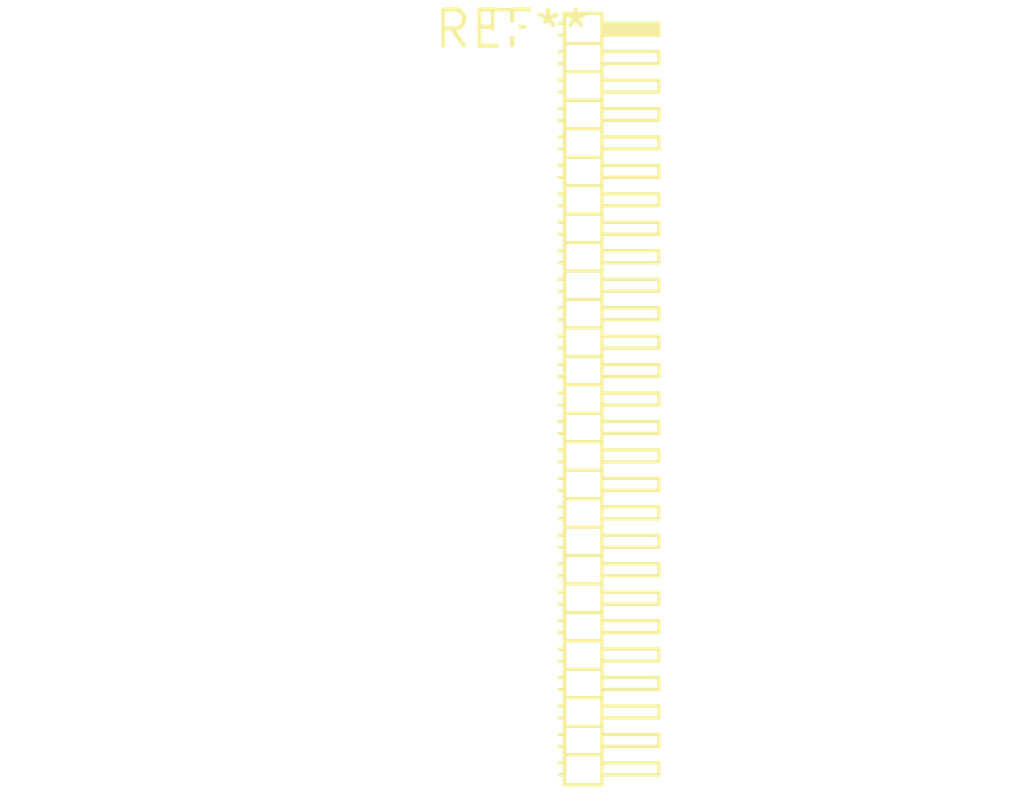
<source format=kicad_pcb>
(kicad_pcb (version 20240108) (generator pcbnew)
  (layers (0 "F.Cu" signal) (31 "B.Cu" signal) (34 "B.Paste" user) (35 "F.Paste" user) (36 "B.SilkS" user "B.Silkscreen") (37 "F.SilkS" user "F.Silkscreen") (38 "B.Mask" user) (39 "F.Mask" user) (44 "Edge.Cuts" user))
  (net 0 "")
  (footprint "PinHeader_2x27_P1.00mm_Horizontal" (layer "F.Cu") (at 0 0)
    (property "Reference" "REF**")
    (property "Value" "PinHeader_2x27_P1.00mm_Horizontal")
    (fp_line (start -0.685 -0.685) (end 0 -0.685) (layer "F.SilkS") (stroke (width 0.12)))
    (fp_line (start -0.685 0) (end -0.685 -0.685) (layer "F.SilkS") (stroke (width 0.12)))
    (fp_line (start 1.652016 -0.21) (end 1.84 -0.21) (layer "F.SilkS") (stroke (width 0.12)))
    (fp_line (start 1.652016 0.21) (end 1.84 0.21) (layer "F.SilkS") (stroke (width 0.12)))
    (fp_line (start 1.652016 0.79) (end 1.84 0.79) (layer "F.SilkS") (stroke (width 0.12)))
    (fp_line (start 1.652016 1.21) (end 1.84 1.21) (layer "F.SilkS") (stroke (width 0.12)))
    (fp_line (start 1.652016 1.79) (end 1.84 1.79) (layer "F.SilkS") (stroke (width 0.12)))
    (fp_line (start 1.652016 2.21) (end 1.84 2.21) (layer "F.SilkS") (stroke (width 0.12)))
    (fp_line (start 1.652016 2.79) (end 1.84 2.79) (layer "F.SilkS") (stroke (width 0.12)))
    (fp_line (start 1.652016 3.21) (end 1.84 3.21) (layer "F.SilkS") (stroke (width 0.12)))
    (fp_line (start 1.652016 3.79) (end 1.84 3.79) (layer "F.SilkS") (stroke (width 0.12)))
    (fp_line (start 1.652016 4.21) (end 1.84 4.21) (layer "F.SilkS") (stroke (width 0.12)))
    (fp_line (start 1.652016 4.79) (end 1.84 4.79) (layer "F.SilkS") (stroke (width 0.12)))
    (fp_line (start 1.652016 5.21) (end 1.84 5.21) (layer "F.SilkS") (stroke (width 0.12)))
    (fp_line (start 1.652016 5.79) (end 1.84 5.79) (layer "F.SilkS") (stroke (width 0.12)))
    (fp_line (start 1.652016 6.21) (end 1.84 6.21) (layer "F.SilkS") (stroke (width 0.12)))
    (fp_line (start 1.652016 6.79) (end 1.84 6.79) (layer "F.SilkS") (stroke (width 0.12)))
    (fp_line (start 1.652016 7.21) (end 1.84 7.21) (layer "F.SilkS") (stroke (width 0.12)))
    (fp_line (start 1.652016 7.79) (end 1.84 7.79) (layer "F.SilkS") (stroke (width 0.12)))
    (fp_line (start 1.652016 8.21) (end 1.84 8.21) (layer "F.SilkS") (stroke (width 0.12)))
    (fp_line (start 1.652016 8.79) (end 1.84 8.79) (layer "F.SilkS") (stroke (width 0.12)))
    (fp_line (start 1.652016 9.21) (end 1.84 9.21) (layer "F.SilkS") (stroke (width 0.12)))
    (fp_line (start 1.652016 9.79) (end 1.84 9.79) (layer "F.SilkS") (stroke (width 0.12)))
    (fp_line (start 1.652016 10.21) (end 1.84 10.21) (layer "F.SilkS") (stroke (width 0.12)))
    (fp_line (start 1.652016 10.79) (end 1.84 10.79) (layer "F.SilkS") (stroke (width 0.12)))
    (fp_line (start 1.652016 11.21) (end 1.84 11.21) (layer "F.SilkS") (stroke (width 0.12)))
    (fp_line (start 1.652016 11.79) (end 1.84 11.79) (layer "F.SilkS") (stroke (width 0.12)))
    (fp_line (start 1.652016 12.21) (end 1.84 12.21) (layer "F.SilkS") (stroke (width 0.12)))
    (fp_line (start 1.652016 12.79) (end 1.84 12.79) (layer "F.SilkS") (stroke (width 0.12)))
    (fp_line (start 1.652016 13.21) (end 1.84 13.21) (layer "F.SilkS") (stroke (width 0.12)))
    (fp_line (start 1.652016 13.79) (end 1.84 13.79) (layer "F.SilkS") (stroke (width 0.12)))
    (fp_line (start 1.652016 14.21) (end 1.84 14.21) (layer "F.SilkS") (stroke (width 0.12)))
    (fp_line (start 1.652016 14.79) (end 1.84 14.79) (layer "F.SilkS") (stroke (width 0.12)))
    (fp_line (start 1.652016 15.21) (end 1.84 15.21) (layer "F.SilkS") (stroke (width 0.12)))
    (fp_line (start 1.652016 15.79) (end 1.84 15.79) (layer "F.SilkS") (stroke (width 0.12)))
    (fp_line (start 1.652016 16.21) (end 1.84 16.21) (layer "F.SilkS") (stroke (width 0.12)))
    (fp_line (start 1.652016 16.79) (end 1.84 16.79) (layer "F.SilkS") (stroke (width 0.12)))
    (fp_line (start 1.652016 17.21) (end 1.84 17.21) (layer "F.SilkS") (stroke (width 0.12)))
    (fp_line (start 1.652016 17.79) (end 1.84 17.79) (layer "F.SilkS") (stroke (width 0.12)))
    (fp_line (start 1.652016 18.21) (end 1.84 18.21) (layer "F.SilkS") (stroke (width 0.12)))
    (fp_line (start 1.652016 18.79) (end 1.84 18.79) (layer "F.SilkS") (stroke (width 0.12)))
    (fp_line (start 1.652016 19.21) (end 1.84 19.21) (layer "F.SilkS") (stroke (width 0.12)))
    (fp_line (start 1.652016 19.79) (end 1.84 19.79) (layer "F.SilkS") (stroke (width 0.12)))
    (fp_line (start 1.652016 20.21) (end 1.84 20.21) (layer "F.SilkS") (stroke (width 0.12)))
    (fp_line (start 1.652016 20.79) (end 1.84 20.79) (layer "F.SilkS") (stroke (width 0.12)))
    (fp_line (start 1.652016 21.21) (end 1.84 21.21) (layer "F.SilkS") (stroke (width 0.12)))
    (fp_line (start 1.652016 21.79) (end 1.84 21.79) (layer "F.SilkS") (stroke (width 0.12)))
    (fp_line (start 1.652016 22.21) (end 1.84 22.21) (layer "F.SilkS") (stroke (width 0.12)))
    (fp_line (start 1.652016 22.79) (end 1.84 22.79) (layer "F.SilkS") (stroke (width 0.12)))
    (fp_line (start 1.652016 23.21) (end 1.84 23.21) (layer "F.SilkS") (stroke (width 0.12)))
    (fp_line (start 1.652016 23.79) (end 1.84 23.79) (layer "F.SilkS") (stroke (width 0.12)))
    (fp_line (start 1.652016 24.21) (end 1.84 24.21) (layer "F.SilkS") (stroke (width 0.12)))
    (fp_line (start 1.652016 24.79) (end 1.84 24.79) (layer "F.SilkS") (stroke (width 0.12)))
    (fp_line (start 1.652016 25.21) (end 1.84 25.21) (layer "F.SilkS") (stroke (width 0.12)))
    (fp_line (start 1.652016 25.79) (end 1.84 25.79) (layer "F.SilkS") (stroke (width 0.12)))
    (fp_line (start 1.652016 26.21) (end 1.84 26.21) (layer "F.SilkS") (stroke (width 0.12)))
    (fp_line (start 1.84 -0.56) (end 1.84 26.56) (layer "F.SilkS") (stroke (width 0.12)))
    (fp_line (start 1.84 0.5) (end 3.16 0.5) (layer "F.SilkS") (stroke (width 0.12)))
    (fp_line (start 1.84 1.5) (end 3.16 1.5) (layer "F.SilkS") (stroke (width 0.12)))
    (fp_line (start 1.84 2.5) (end 3.16 2.5) (layer "F.SilkS") (stroke (width 0.12)))
    (fp_line (start 1.84 3.5) (end 3.16 3.5) (layer "F.SilkS") (stroke (width 0.12)))
    (fp_line (start 1.84 4.5) (end 3.16 4.5) (layer "F.SilkS") (stroke (width 0.12)))
    (fp_line (start 1.84 5.5) (end 3.16 5.5) (layer "F.SilkS") (stroke (width 0.12)))
    (fp_line (start 1.84 6.5) (end 3.16 6.5) (layer "F.SilkS") (stroke (width 0.12)))
    (fp_line (start 1.84 7.5) (end 3.16 7.5) (layer "F.SilkS") (stroke (width 0.12)))
    (fp_line (start 1.84 8.5) (end 3.16 8.5) (layer "F.SilkS") (stroke (width 0.12)))
    (fp_line (start 1.84 9.5) (end 3.16 9.5) (layer "F.SilkS") (stroke (width 0.12)))
    (fp_line (start 1.84 10.5) (end 3.16 10.5) (layer "F.SilkS") (stroke (width 0.12)))
    (fp_line (start 1.84 11.5) (end 3.16 11.5) (layer "F.SilkS") (stroke (width 0.12)))
    (fp_line (start 1.84 12.5) (end 3.16 12.5) (layer "F.SilkS") (stroke (width 0.12)))
    (fp_line (start 1.84 13.5) (end 3.16 13.5) (layer "F.SilkS") (stroke (width 0.12)))
    (fp_line (start 1.84 14.5) (end 3.16 14.5) (layer "F.SilkS") (stroke (width 0.12)))
    (fp_line (start 1.84 15.5) (end 3.16 15.5) (layer "F.SilkS") (stroke (width 0.12)))
    (fp_line (start 1.84 16.5) (end 3.16 16.5) (layer "F.SilkS") (stroke (width 0.12)))
    (fp_line (start 1.84 17.5) (end 3.16 17.5) (layer "F.SilkS") (stroke (width 0.12)))
    (fp_line (start 1.84 18.5) (end 3.16 18.5) (layer "F.SilkS") (stroke (width 0.12)))
    (fp_line (start 1.84 19.5) (end 3.16 19.5) (layer "F.SilkS") (stroke (width 0.12)))
    (fp_line (start 1.84 20.5) (end 3.16 20.5) (layer "F.SilkS") (stroke (width 0.12)))
    (fp_line (start 1.84 21.5) (end 3.16 21.5) (layer "F.SilkS") (stroke (width 0.12)))
    (fp_line (start 1.84 22.5) (end 3.16 22.5) (layer "F.SilkS") (stroke (width 0.12)))
    (fp_line (start 1.84 23.5) (end 3.16 23.5) (layer "F.SilkS") (stroke (width 0.12)))
    (fp_line (start 1.84 24.5) (end 3.16 24.5) (layer "F.SilkS") (stroke (width 0.12)))
    (fp_line (start 1.84 25.5) (end 3.16 25.5) (layer "F.SilkS") (stroke (width 0.12)))
    (fp_line (start 1.84 26.56) (end 3.16 26.56) (layer "F.SilkS") (stroke (width 0.12)))
    (fp_line (start 3.16 -0.56) (end 1.84 -0.56) (layer "F.SilkS") (stroke (width 0.12)))
    (fp_line (start 3.16 -0.21) (end 5.16 -0.21) (layer "F.SilkS") (stroke (width 0.12)))
    (fp_line (start 3.16 -0.15) (end 5.16 -0.15) (layer "F.SilkS") (stroke (width 0.12)))
    (fp_line (start 3.16 -0.03) (end 5.16 -0.03) (layer "F.SilkS") (stroke (width 0.12)))
    (fp_line (start 3.16 0.09) (end 5.16 0.09) (layer "F.SilkS") (stroke (width 0.12)))
    (fp_line (start 3.16 0.79) (end 5.16 0.79) (layer "F.SilkS") (stroke (width 0.12)))
    (fp_line (start 3.16 1.79) (end 5.16 1.79) (layer "F.SilkS") (stroke (width 0.12)))
    (fp_line (start 3.16 2.79) (end 5.16 2.79) (layer "F.SilkS") (stroke (width 0.12)))
    (fp_line (start 3.16 3.79) (end 5.16 3.79) (layer "F.SilkS") (stroke (width 0.12)))
    (fp_line (start 3.16 4.79) (end 5.16 4.79) (layer "F.SilkS") (stroke (width 0.12)))
    (fp_line (start 3.16 5.79) (end 5.16 5.79) (layer "F.SilkS") (stroke (width 0.12)))
    (fp_line (start 3.16 6.79) (end 5.16 6.79) (layer "F.SilkS") (stroke (width 0.12)))
    (fp_line (start 3.16 7.79) (end 5.16 7.79) (layer "F.SilkS") (stroke (width 0.12)))
    (fp_line (start 3.16 8.79) (end 5.16 8.79) (layer "F.SilkS") (stroke (width 0.12)))
    (fp_line (start 3.16 9.79) (end 5.16 9.79) (layer "F.SilkS") (stroke (width 0.12)))
    (fp_line (start 3.16 10.79) (end 5.16 10.79) (layer "F.SilkS") (stroke (width 0.12)))
    (fp_line (start 3.16 11.79) (end 5.16 11.79) (layer "F.SilkS") (stroke (width 0.12)))
    (fp_line (start 3.16 12.79) (end 5.16 12.79) (layer "F.SilkS") (stroke (width 0.12)))
    (fp_line (start 3.16 13.79) (end 5.16 13.79) (layer "F.SilkS") (stroke (width 0.12)))
    (fp_line (start 3.16 14.79) (end 5.16 14.79) (layer "F.SilkS") (stroke (width 0.12)))
    (fp_line (start 3.16 15.79) (end 5.16 15.79) (layer "F.SilkS") (stroke (width 0.12)))
    (fp_line (start 3.16 16.79) (end 5.16 16.79) (layer "F.SilkS") (stroke (width 0.12)))
    (fp_line (start 3.16 17.79) (end 5.16 17.79) (layer "F.SilkS") (stroke (width 0.12)))
    (fp_line (start 3.16 18.79) (end 5.16 18.79) (layer "F.SilkS") (stroke (width 0.12)))
    (fp_line (start 3.16 19.79) (end 5.16 19.79) (layer "F.SilkS") (stroke (width 0.12)))
    (fp_line (start 3.16 20.79) (end 5.16 20.79) (layer "F.SilkS") (stroke (width 0.12)))
    (fp_line (start 3.16 21.79) (end 5.16 21.79) (layer "F.SilkS") (stroke (width 0.12)))
    (fp_line (start 3.16 22.79) (end 5.16 22.79) (layer "F.SilkS") (stroke (width 0.12)))
    (fp_line (start 3.16 23.79) (end 5.16 23.79) (layer "F.SilkS") (stroke (width 0.12)))
    (fp_line (start 3.16 24.79) (end 5.16 24.79) (layer "F.SilkS") (stroke (width 0.12)))
    (fp_line (start 3.16 25.79) (end 5.16 25.79) (layer "F.SilkS") (stroke (width 0.12)))
    (fp_line (start 3.16 26.56) (end 3.16 -0.56) (layer "F.SilkS") (stroke (width 0.12)))
    (fp_line (start 5.16 -0.21) (end 5.16 0.21) (layer "F.SilkS") (stroke (width 0.12)))
    (fp_line (start 5.16 0.21) (end 3.16 0.21) (layer "F.SilkS") (stroke (width 0.12)))
    (fp_line (start 5.16 0.79) (end 5.16 1.21) (layer "F.SilkS") (stroke (width 0.12)))
    (fp_line (start 5.16 1.21) (end 3.16 1.21) (layer "F.SilkS") (stroke (width 0.12)))
    (fp_line (start 5.16 1.79) (end 5.16 2.21) (layer "F.SilkS") (stroke (width 0.12)))
    (fp_line (start 5.16 2.21) (end 3.16 2.21) (layer "F.SilkS") (stroke (width 0.12)))
    (fp_line (start 5.16 2.79) (end 5.16 3.21) (layer "F.SilkS") (stroke (width 0.12)))
    (fp_line (start 5.16 3.21) (end 3.16 3.21) (layer "F.SilkS") (stroke (width 0.12)))
    (fp_line (start 5.16 3.79) (end 5.16 4.21) (layer "F.SilkS") (stroke (width 0.12)))
    (fp_line (start 5.16 4.21) (end 3.16 4.21) (layer "F.SilkS") (stroke (width 0.12)))
    (fp_line (start 5.16 4.79) (end 5.16 5.21) (layer "F.SilkS") (stroke (width 0.12)))
    (fp_line (start 5.16 5.21) (end 3.16 5.21) (layer "F.SilkS") (stroke (width 0.12)))
    (fp_line (start 5.16 5.79) (end 5.16 6.21) (layer "F.SilkS") (stroke (width 0.12)))
    (fp_line (start 5.16 6.21) (end 3.16 6.21) (layer "F.SilkS") (stroke (width 0.12)))
    (fp_line (start 5.16 6.79) (end 5.16 7.21) (layer "F.SilkS") (stroke (width 0.12)))
    (fp_line (start 5.16 7.21) (end 3.16 7.21) (layer "F.SilkS") (stroke (width 0.12)))
    (fp_line (start 5.16 7.79) (end 5.16 8.21) (layer "F.SilkS") (stroke (width 0.12)))
    (fp_line (start 5.16 8.21) (end 3.16 8.21) (layer "F.SilkS") (stroke (width 0.12)))
    (fp_line (start 5.16 8.79) (end 5.16 9.21) (layer "F.SilkS") (stroke (width 0.12)))
    (fp_line (start 5.16 9.21) (end 3.16 9.21) (layer "F.SilkS") (stroke (width 0.12)))
    (fp_line (start 5.16 9.79) (end 5.16 10.21) (layer "F.SilkS") (stroke (width 0.12)))
    (fp_line (start 5.16 10.21) (end 3.16 10.21) (layer "F.SilkS") (stroke (width 0.12)))
    (fp_line (start 5.16 10.79) (end 5.16 11.21) (layer "F.SilkS") (stroke (width 0.12)))
    (fp_line (start 5.16 11.21) (end 3.16 11.21) (layer "F.SilkS") (stroke (width 0.12)))
    (fp_line (start 5.16 11.79) (end 5.16 12.21) (layer "F.SilkS") (stroke (width 0.12)))
    (fp_line (start 5.16 12.21) (end 3.16 12.21) (layer "F.SilkS") (stroke (width 0.12)))
    (fp_line (start 5.16 12.79) (end 5.16 13.21) (layer "F.SilkS") (stroke (width 0.12)))
    (fp_line (start 5.16 13.21) (end 3.16 13.21) (layer "F.SilkS") (stroke (width 0.12)))
    (fp_line (start 5.16 13.79) (end 5.16 14.21) (layer "F.SilkS") (stroke (width 0.12)))
    (fp_line (start 5.16 14.21) (end 3.16 14.21) (layer "F.SilkS") (stroke (width 0.12)))
    (fp_line (start 5.16 14.79) (end 5.16 15.21) (layer "F.SilkS") (stroke (width 0.12)))
    (fp_line (start 5.16 15.21) (end 3.16 15.21) (layer "F.SilkS") (stroke (width 0.12)))
    (fp_line (start 5.16 15.79) (end 5.16 16.21) (layer "F.SilkS") (stroke (width 0.12)))
    (fp_line (start 5.16 16.21) (end 3.16 16.21) (layer "F.SilkS") (stroke (width 0.12)))
    (fp_line (start 5.16 16.79) (end 5.16 17.21) (layer "F.SilkS") (stroke (width 0.12)))
    (fp_line (start 5.16 17.21) (end 3.16 17.21) (layer "F.SilkS") (stroke (width 0.12)))
    (fp_line (start 5.16 17.79) (end 5.16 18.21) (layer "F.SilkS") (stroke (width 0.12)))
    (fp_line (start 5.16 18.21) (end 3.16 18.21) (layer "F.SilkS") (stroke (width 0.12)))
    (fp_line (start 5.16 18.79) (end 5.16 19.21) (layer "F.SilkS") (stroke (width 0.12)))
    (fp_line (start 5.16 19.21) (end 3.16 19.21) (layer "F.SilkS") (stroke (width 0.12)))
    (fp_line (start 5.16 19.79) (end 5.16 20.21) (layer "F.SilkS") (stroke (width 0.12)))
    (fp_line (start 5.16 20.21) (end 3.16 20.21) (layer "F.SilkS") (stroke (width 0.12)))
    (fp_line (start 5.16 20.79) (end 5.16 21.21) (layer "F.SilkS") (stroke (width 0.12)))
    (fp_line (start 5.16 21.21) (end 3.16 21.21) (layer "F.SilkS") (stroke (width 0.12)))
    (fp_line (start 5.16 21.79) (end 5.16 22.21) (layer "F.SilkS") (stroke (width 0.12)))
    (fp_line (start 5.16 22.21) (end 3.16 22.21) (layer "F.SilkS") (stroke (width 0.12)))
    (fp_line (start 5.16 22.79) (end 5.16 23.21) (layer "F.SilkS") (stroke (width 0.12)))
    (fp_line (start 5.16 23.21) (end 3.16 23.21) (layer "F.SilkS") (stroke (width 0.12)))
    (fp_line (start 5.16 23.79) (end 5.16 24.21) (layer "F.SilkS") (stroke (width 0.12)))
    (fp_line (start 5.16 24.21) (end 3.16 24.21) (layer "F.SilkS") (stroke (width 0.12)))
    (fp_line (start 5.16 24.79) (end 5.16 25.21) (layer "F.SilkS") (stroke (width 0.12)))
    (fp_line (start 5.16 25.21) (end 3.16 25.21) (layer "F.SilkS") (stroke (width 0.12)))
    (fp_line (start 5.16 25.79) (end 5.16 26.21) (layer "F.SilkS") (stroke (width 0.12)))
    (fp_line (start 5.16 26.21) (end 3.16 26.21) (layer "F.SilkS") (stroke (width 0.12)))
    (pad "1" thru_hole rect (at 0 0) (size 0.85 0.85) (drill 0.5) (layers *.Cu *.Mask) (remove_unused_layers))
    (pad "2" thru_hole oval (at 1 0) (size 0.85 0.85) (drill 0.5) (layers *.Cu *.Mask) (remove_unused_layers))
    (pad "3" thru_hole oval (at 0 1) (size 0.85 0.85) (drill 0.5) (layers *.Cu *.Mask) (remove_unused_layers))
    (pad "4" thru_hole oval (at 1 1) (size 0.85 0.85) (drill 0.5) (layers *.Cu *.Mask) (remove_unused_layers))
    (pad "5" thru_hole oval (at 0 2) (size 0.85 0.85) (drill 0.5) (layers *.Cu *.Mask) (remove_unused_layers))
    (pad "6" thru_hole oval (at 1 2) (size 0.85 0.85) (drill 0.5) (layers *.Cu *.Mask) (remove_unused_layers))
    (pad "7" thru_hole oval (at 0 3) (size 0.85 0.85) (drill 0.5) (layers *.Cu *.Mask) (remove_unused_layers))
    (pad "8" thru_hole oval (at 1 3) (size 0.85 0.85) (drill 0.5) (layers *.Cu *.Mask) (remove_unused_layers))
    (pad "9" thru_hole oval (at 0 4) (size 0.85 0.85) (drill 0.5) (layers *.Cu *.Mask) (remove_unused_layers))
    (pad "10" thru_hole oval (at 1 4) (size 0.85 0.85) (drill 0.5) (layers *.Cu *.Mask) (remove_unused_layers))
    (pad "11" thru_hole oval (at 0 5) (size 0.85 0.85) (drill 0.5) (layers *.Cu *.Mask) (remove_unused_layers))
    (pad "12" thru_hole oval (at 1 5) (size 0.85 0.85) (drill 0.5) (layers *.Cu *.Mask) (remove_unused_layers))
    (pad "13" thru_hole oval (at 0 6) (size 0.85 0.85) (drill 0.5) (layers *.Cu *.Mask) (remove_unused_layers))
    (pad "14" thru_hole oval (at 1 6) (size 0.85 0.85) (drill 0.5) (layers *.Cu *.Mask) (remove_unused_layers))
    (pad "15" thru_hole oval (at 0 7) (size 0.85 0.85) (drill 0.5) (layers *.Cu *.Mask) (remove_unused_layers))
    (pad "16" thru_hole oval (at 1 7) (size 0.85 0.85) (drill 0.5) (layers *.Cu *.Mask) (remove_unused_layers))
    (pad "17" thru_hole oval (at 0 8) (size 0.85 0.85) (drill 0.5) (layers *.Cu *.Mask) (remove_unused_layers))
    (pad "18" thru_hole oval (at 1 8) (size 0.85 0.85) (drill 0.5) (layers *.Cu *.Mask) (remove_unused_layers))
    (pad "19" thru_hole oval (at 0 9) (size 0.85 0.85) (drill 0.5) (layers *.Cu *.Mask) (remove_unused_layers))
    (pad "20" thru_hole oval (at 1 9) (size 0.85 0.85) (drill 0.5) (layers *.Cu *.Mask) (remove_unused_layers))
    (pad "21" thru_hole oval (at 0 10) (size 0.85 0.85) (drill 0.5) (layers *.Cu *.Mask) (remove_unused_layers))
    (pad "22" thru_hole oval (at 1 10) (size 0.85 0.85) (drill 0.5) (layers *.Cu *.Mask) (remove_unused_layers))
    (pad "23" thru_hole oval (at 0 11) (size 0.85 0.85) (drill 0.5) (layers *.Cu *.Mask) (remove_unused_layers))
    (pad "24" thru_hole oval (at 1 11) (size 0.85 0.85) (drill 0.5) (layers *.Cu *.Mask) (remove_unused_layers))
    (pad "25" thru_hole oval (at 0 12) (size 0.85 0.85) (drill 0.5) (layers *.Cu *.Mask) (remove_unused_layers))
    (pad "26" thru_hole oval (at 1 12) (size 0.85 0.85) (drill 0.5) (layers *.Cu *.Mask) (remove_unused_layers))
    (pad "27" thru_hole oval (at 0 13) (size 0.85 0.85) (drill 0.5) (layers *.Cu *.Mask) (remove_unused_layers))
    (pad "28" thru_hole oval (at 1 13) (size 0.85 0.85) (drill 0.5) (layers *.Cu *.Mask) (remove_unused_layers))
    (pad "29" thru_hole oval (at 0 14) (size 0.85 0.85) (drill 0.5) (layers *.Cu *.Mask) (remove_unused_layers))
    (pad "30" thru_hole oval (at 1 14) (size 0.85 0.85) (drill 0.5) (layers *.Cu *.Mask) (remove_unused_layers))
    (pad "31" thru_hole oval (at 0 15) (size 0.85 0.85) (drill 0.5) (layers *.Cu *.Mask) (remove_unused_layers))
    (pad "32" thru_hole oval (at 1 15) (size 0.85 0.85) (drill 0.5) (layers *.Cu *.Mask) (remove_unused_layers))
    (pad "33" thru_hole oval (at 0 16) (size 0.85 0.85) (drill 0.5) (layers *.Cu *.Mask) (remove_unused_layers))
    (pad "34" thru_hole oval (at 1 16) (size 0.85 0.85) (drill 0.5) (layers *.Cu *.Mask) (remove_unused_layers))
    (pad "35" thru_hole oval (at 0 17) (size 0.85 0.85) (drill 0.5) (layers *.Cu *.Mask) (remove_unused_layers))
    (pad "36" thru_hole oval (at 1 17) (size 0.85 0.85) (drill 0.5) (layers *.Cu *.Mask) (remove_unused_layers))
    (pad "37" thru_hole oval (at 0 18) (size 0.85 0.85) (drill 0.5) (layers *.Cu *.Mask) (remove_unused_layers))
    (pad "38" thru_hole oval (at 1 18) (size 0.85 0.85) (drill 0.5) (layers *.Cu *.Mask) (remove_unused_layers))
    (pad "39" thru_hole oval (at 0 19) (size 0.85 0.85) (drill 0.5) (layers *.Cu *.Mask) (remove_unused_layers))
    (pad "40" thru_hole oval (at 1 19) (size 0.85 0.85) (drill 0.5) (layers *.Cu *.Mask) (remove_unused_layers))
    (pad "41" thru_hole oval (at 0 20) (size 0.85 0.85) (drill 0.5) (layers *.Cu *.Mask) (remove_unused_layers))
    (pad "42" thru_hole oval (at 1 20) (size 0.85 0.85) (drill 0.5) (layers *.Cu *.Mask) (remove_unused_layers))
    (pad "43" thru_hole oval (at 0 21) (size 0.85 0.85) (drill 0.5) (layers *.Cu *.Mask) (remove_unused_layers))
    (pad "44" thru_hole oval (at 1 21) (size 0.85 0.85) (drill 0.5) (layers *.Cu *.Mask) (remove_unused_layers))
    (pad "45" thru_hole oval (at 0 22) (size 0.85 0.85) (drill 0.5) (layers *.Cu *.Mask) (remove_unused_layers))
    (pad "46" thru_hole oval (at 1 22) (size 0.85 0.85) (drill 0.5) (layers *.Cu *.Mask) (remove_unused_layers))
    (pad "47" thru_hole oval (at 0 23) (size 0.85 0.85) (drill 0.5) (layers *.Cu *.Mask) (remove_unused_layers))
    (pad "48" thru_hole oval (at 1 23) (size 0.85 0.85) (drill 0.5) (layers *.Cu *.Mask) (remove_unused_layers))
    (pad "49" thru_hole oval (at 0 24) (size 0.85 0.85) (drill 0.5) (layers *.Cu *.Mask) (remove_unused_layers))
    (pad "50" thru_hole oval (at 1 24) (size 0.85 0.85) (drill 0.5) (layers *.Cu *.Mask) (remove_unused_layers))
    (pad "51" thru_hole oval (at 0 25) (size 0.85 0.85) (drill 0.5) (layers *.Cu *.Mask) (remove_unused_layers))
    (pad "52" thru_hole oval (at 1 25) (size 0.85 0.85) (drill 0.5) (layers *.Cu *.Mask) (remove_unused_layers))
    (pad "53" thru_hole oval (at 0 26) (size 0.85 0.85) (drill 0.5) (layers *.Cu *.Mask) (remove_unused_layers))
    (pad "54" thru_hole oval (at 1 26) (size 0.85 0.85) (drill 0.5) (layers *.Cu *.Mask) (remove_unused_layers))
  )
)
</source>
